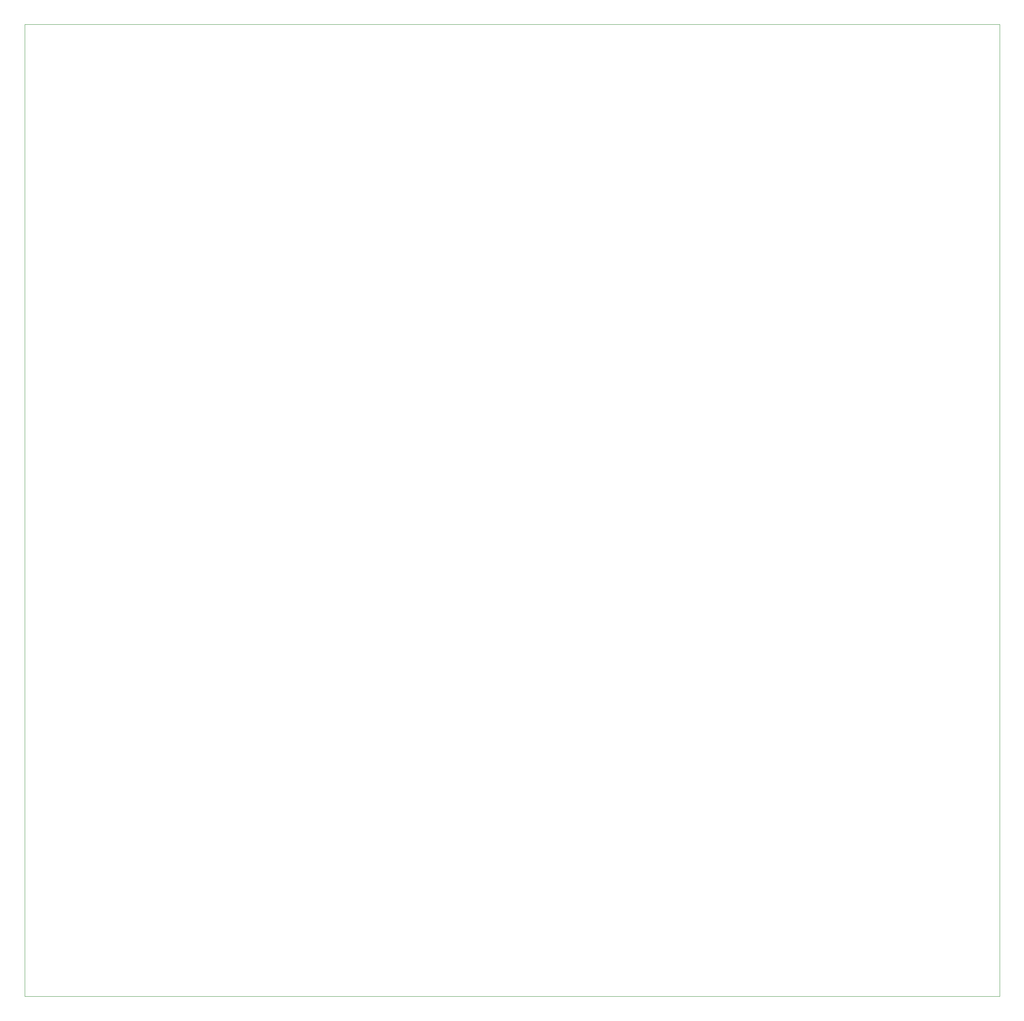
<source format=gbr>
%TF.GenerationSoftware,KiCad,Pcbnew,6.0.7*%
%TF.CreationDate,2022-11-18T13:15:14+01:00*%
%TF.ProjectId,game_board,67616d65-5f62-46f6-9172-642e6b696361,rev?*%
%TF.SameCoordinates,Original*%
%TF.FileFunction,Profile,NP*%
%FSLAX46Y46*%
G04 Gerber Fmt 4.6, Leading zero omitted, Abs format (unit mm)*
G04 Created by KiCad (PCBNEW 6.0.7) date 2022-11-18 13:15:14*
%MOMM*%
%LPD*%
G01*
G04 APERTURE LIST*
%TA.AperFunction,Profile*%
%ADD10C,0.100000*%
%TD*%
G04 APERTURE END LIST*
D10*
X39624000Y-24892000D02*
X39624000Y-234696000D01*
X249936000Y-24892000D02*
X39624000Y-24892000D01*
X249936000Y-234696000D02*
X249936000Y-24892000D01*
X39624000Y-234696000D02*
X249936000Y-234696000D01*
M02*

</source>
